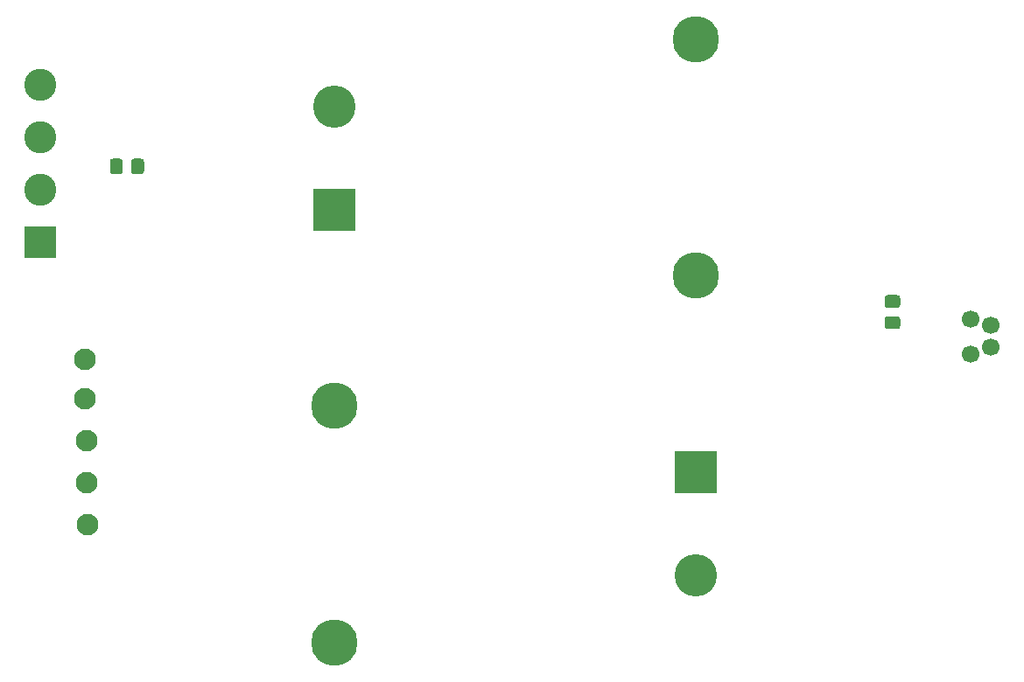
<source format=gbr>
%TF.GenerationSoftware,KiCad,Pcbnew,(5.1.6-0-10_14)*%
%TF.CreationDate,2021-05-07T14:06:44-07:00*%
%TF.ProjectId,LEDDriverFilter,4c454444-7269-4766-9572-46696c746572,rev?*%
%TF.SameCoordinates,Original*%
%TF.FileFunction,Soldermask,Top*%
%TF.FilePolarity,Negative*%
%FSLAX46Y46*%
G04 Gerber Fmt 4.6, Leading zero omitted, Abs format (unit mm)*
G04 Created by KiCad (PCBNEW (5.1.6-0-10_14)) date 2021-05-07 14:06:44*
%MOMM*%
%LPD*%
G01*
G04 APERTURE LIST*
%ADD10C,4.100000*%
%ADD11R,4.100000X4.100000*%
%ADD12C,1.700000*%
%ADD13C,2.100000*%
%ADD14C,4.500000*%
%ADD15C,3.100000*%
%ADD16R,3.100000X3.100000*%
G04 APERTURE END LIST*
D10*
%TO.C,C1*%
X113665000Y-89060000D03*
D11*
X113665000Y-99060000D03*
%TD*%
%TO.C,R2*%
G36*
G01*
X167161738Y-109375000D02*
X168118262Y-109375000D01*
G75*
G02*
X168390000Y-109646738I0J-271738D01*
G01*
X168390000Y-110353262D01*
G75*
G02*
X168118262Y-110625000I-271738J0D01*
G01*
X167161738Y-110625000D01*
G75*
G02*
X166890000Y-110353262I0J271738D01*
G01*
X166890000Y-109646738D01*
G75*
G02*
X167161738Y-109375000I271738J0D01*
G01*
G37*
G36*
G01*
X167161738Y-107325000D02*
X168118262Y-107325000D01*
G75*
G02*
X168390000Y-107596738I0J-271738D01*
G01*
X168390000Y-108303262D01*
G75*
G02*
X168118262Y-108575000I-271738J0D01*
G01*
X167161738Y-108575000D01*
G75*
G02*
X166890000Y-108303262I0J271738D01*
G01*
X166890000Y-107596738D01*
G75*
G02*
X167161738Y-107325000I271738J0D01*
G01*
G37*
%TD*%
D12*
%TO.C,U1*%
X175215000Y-113020000D03*
X177165000Y-110245000D03*
X177165000Y-112395000D03*
X175215000Y-109620000D03*
%TD*%
D13*
%TO.C,TP1*%
X89535000Y-113538000D03*
%TD*%
%TO.C,TP3*%
X89662000Y-121412000D03*
%TD*%
%TO.C,TP2*%
X89535000Y-117348000D03*
%TD*%
%TO.C,TP4*%
X89662000Y-125476000D03*
%TD*%
%TO.C,TP5*%
X89789000Y-129540000D03*
%TD*%
D14*
%TO.C,L2*%
X148590000Y-105450000D03*
X148590000Y-82550000D03*
%TD*%
%TO.C,L1*%
X113665000Y-118070000D03*
X113665000Y-140970000D03*
%TD*%
%TO.C,R1*%
G36*
G01*
X93990000Y-95347262D02*
X93990000Y-94390738D01*
G75*
G02*
X94261738Y-94119000I271738J0D01*
G01*
X94968262Y-94119000D01*
G75*
G02*
X95240000Y-94390738I0J-271738D01*
G01*
X95240000Y-95347262D01*
G75*
G02*
X94968262Y-95619000I-271738J0D01*
G01*
X94261738Y-95619000D01*
G75*
G02*
X93990000Y-95347262I0J271738D01*
G01*
G37*
G36*
G01*
X91940000Y-95347262D02*
X91940000Y-94390738D01*
G75*
G02*
X92211738Y-94119000I271738J0D01*
G01*
X92918262Y-94119000D01*
G75*
G02*
X93190000Y-94390738I0J-271738D01*
G01*
X93190000Y-95347262D01*
G75*
G02*
X92918262Y-95619000I-271738J0D01*
G01*
X92211738Y-95619000D01*
G75*
G02*
X91940000Y-95347262I0J271738D01*
G01*
G37*
%TD*%
D15*
%TO.C,J1*%
X85217000Y-86995000D03*
D16*
X85217000Y-102235000D03*
D15*
X85217000Y-92075000D03*
X85217000Y-97155000D03*
%TD*%
D10*
%TO.C,C2*%
X148590000Y-134460000D03*
D11*
X148590000Y-124460000D03*
%TD*%
M02*

</source>
